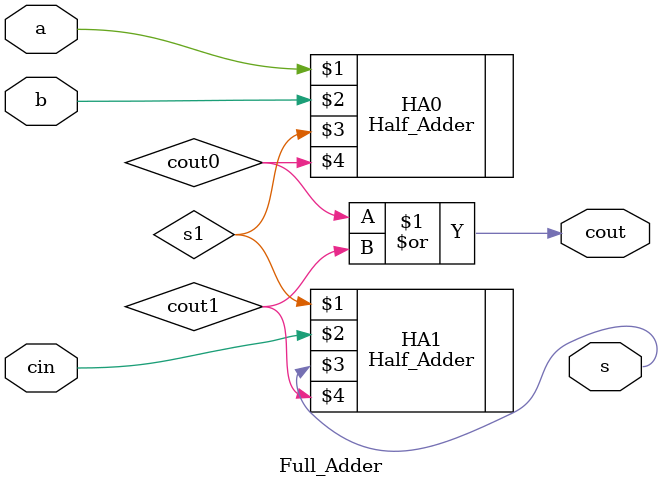
<source format=v>
`timescale 1ns / 1ps


module Full_Adder(a,b,cin,s,cout);
input a,b,cin;   // a,b are numbers to be added & cin is carry in input
output s,cout;   // s is sum output and cout is carry output
wire s1,cout0,cout1;

Half_Adder HA0(a,b,s1,cout0);
Half_Adder HA1(s1,cin,s,cout1);
or(cout,cout0,cout1);

endmodule

</source>
